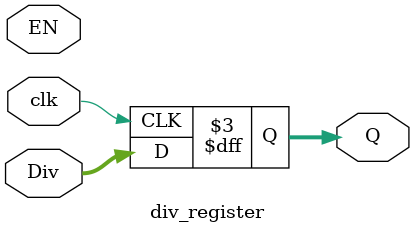
<source format=v>
`timescale 1ns / 1ps

// This simple module passes the divisor through to the output
module div_register(
    input [15:0]Div,
    input clk,
    input EN,
    output reg [15:0]Q
    );
    initial Q = 0;
    
    // Flip-flop passes the input to the output on the clk
    always @ (posedge clk)
    Q<=Div;
    
endmodule

</source>
